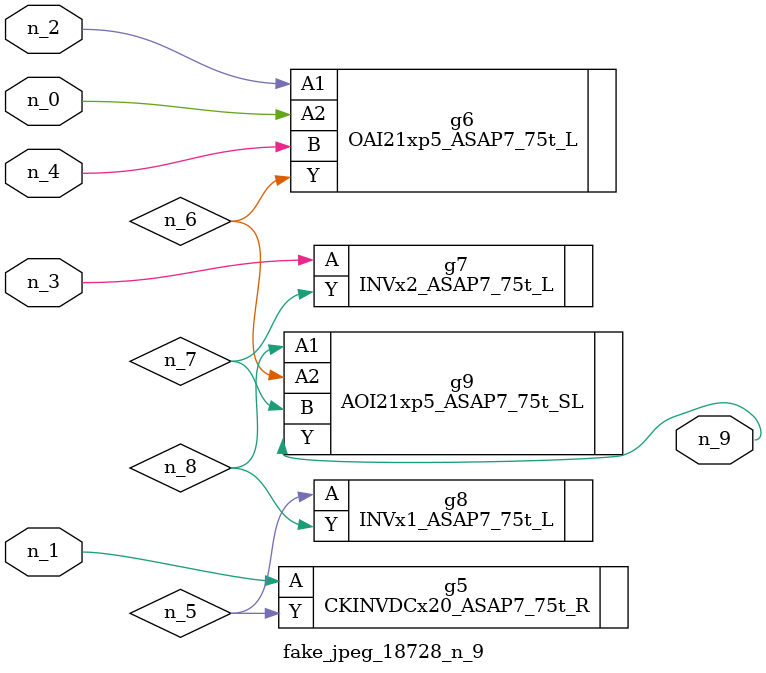
<source format=v>
module fake_jpeg_18728_n_9 (n_3, n_2, n_1, n_0, n_4, n_9);

input n_3;
input n_2;
input n_1;
input n_0;
input n_4;

output n_9;

wire n_8;
wire n_6;
wire n_5;
wire n_7;

CKINVDCx20_ASAP7_75t_R g5 ( 
.A(n_1),
.Y(n_5)
);

OAI21xp5_ASAP7_75t_L g6 ( 
.A1(n_2),
.A2(n_0),
.B(n_4),
.Y(n_6)
);

INVx2_ASAP7_75t_L g7 ( 
.A(n_3),
.Y(n_7)
);

INVx1_ASAP7_75t_L g8 ( 
.A(n_5),
.Y(n_8)
);

AOI21xp5_ASAP7_75t_SL g9 ( 
.A1(n_8),
.A2(n_6),
.B(n_7),
.Y(n_9)
);


endmodule
</source>
